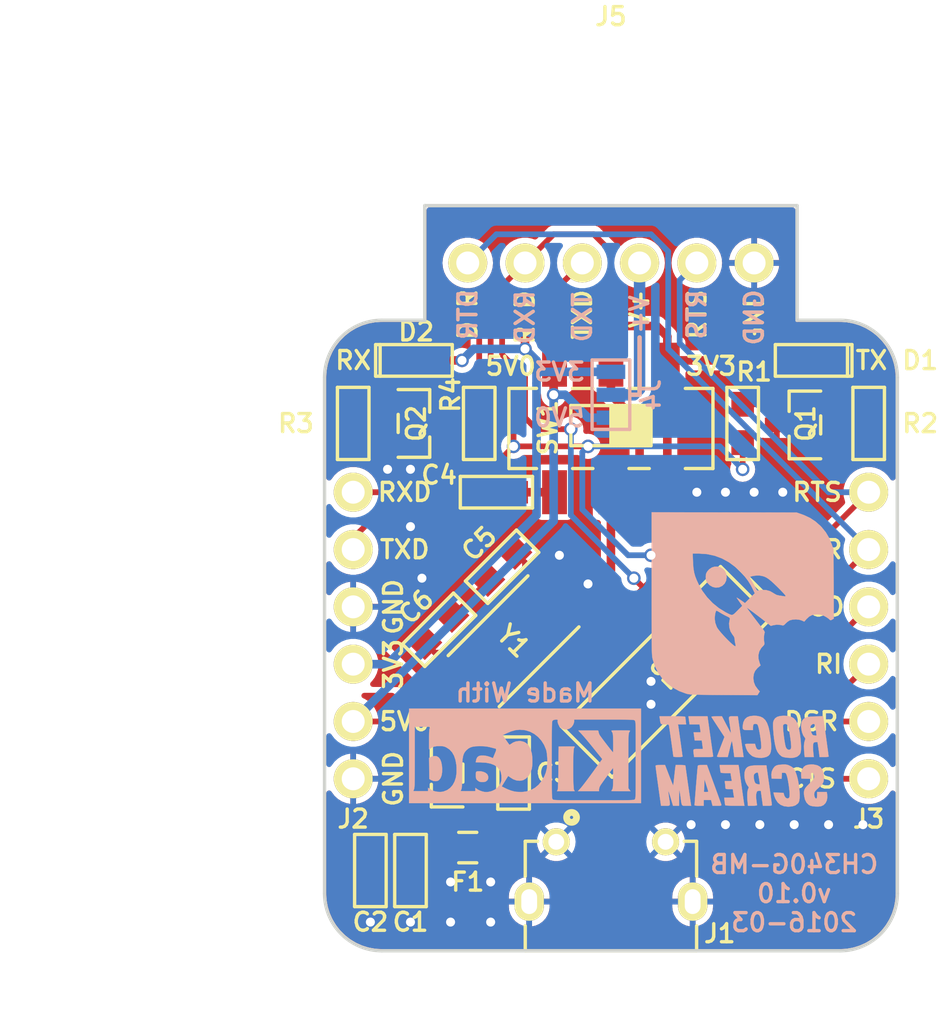
<source format=kicad_pcb>
(kicad_pcb (version 20221018) (generator pcbnew)
  (layers (0 "F.Cu" signal) (31 "B.Cu" signal) (34 "B.Paste" user) (35 "F.Paste" user) (36 "B.SilkS" user "B.Silkscreen") (37 "F.SilkS" user "F.Silkscreen") (38 "B.Mask" user) (39 "F.Mask" user) (44 "Edge.Cuts" user))
  (net 0 "")
  (net 1 "GND")
  (net 2 "5V0")
  (net 3 "3V3")
  (net 4 "Net-(Q2-Pad1)")
  (net 5 "Net-(Q2-Pad2)")
  (net 6 "Net-(Q1-Pad1)")
  (net 7 "Net-(Q1-Pad2)")
  (net 8 "/TXD")
  (net 9 "/RXD")
  (net 10 "V3")
  (net 11 "/UD+")
  (net 12 "/UD-")
  (net 13 "Net-(C5-Pad1)")
  (net 14 "Net-(C6-Pad1)")
  (net 15 "/~{CTS}")
  (net 16 "/~{DSR}")
  (net 17 "/~{RI}")
  (net 18 "/~{DCD}")
  (net 19 "/~{DTR}")
  (net 20 "/~{RTS}")
  (net 21 "/RS232")
  (net 22 "VCC")
  (net 23 "Net-(J4-Pad2)")
  (net 24 "Net-(C4-Pad1)")
  (net 25 "VUSB")
  (net 26 "Net-(J1-Pad4)")
  (net 27 "Net-(D1-Pad1)")
  (net 28 "Net-(D2-Pad1)")
  (net 29 "Net-(M1-Pad~{})")
  (net 30 "Net-(M2-Pad~{})")
  (footprint "RocketScreamKicadLibrary:SOT-23" (layer "F.Cu") (at 106.934 93.472 -90)
    (fp_text reference "Q2" (at 0 0 90) (layer "F.SilkS") (effects (font (size 0.8 0.8))))
    (fp_text value "BC856")
    (pad "1" smd rect (at -0.95 1.15 270) (size 0.65 1.05) (layers "F.Cu" "F.Paste" "F.Mask") (net 4 "Net-(Q2-Pad1)"))
    (pad "2" smd rect (at 0.95 1.15 270) (size 0.65 1.05) (layers "F.Cu" "F.Paste" "F.Mask") (net 5 "Net-(Q2-Pad2)"))
    (pad "3" smd rect (at 0 -1.15 270) (size 0.65 1.05) (layers "F.Cu" "F.Paste" "F.Mask") (net 1 "GND"))
  )
  (footprint "RocketScreamKicadLibrary:SOT-23" (layer "F.Cu") (at 124.072 93.538 90)
    (fp_text reference "Q1" (at 0.066 0.134 270) (layer "F.SilkS") (effects (font (size 0.8 0.8))))
    (fp_text value "BC856")
    (pad "1" smd rect (at -0.95 1.15 90) (size 0.65 1.05) (layers "F.Cu" "F.Paste" "F.Mask") (net 6 "Net-(Q1-Pad1)"))
    (pad "2" smd rect (at 0.95 1.15 90) (size 0.65 1.05) (layers "F.Cu" "F.Paste" "F.Mask") (net 7 "Net-(Q1-Pad2)"))
    (pad "3" smd rect (at 0 -1.15 90) (size 0.65 1.05) (layers "F.Cu" "F.Paste" "F.Mask") (net 1 "GND"))
  )
  (footprint "RocketScreamKicadLibrary:SOP-16_150mil" (layer "F.Cu") (at 118.028124 104.484252 -45)
    (fp_text reference "U2" (at 0 0 315) (layer "F.SilkS") (effects (font (size 0.8 0.8))))
    (fp_text value "CH340G")
    (pad "1" smd rect (at -2.7 -4.445 315) (size 1.55 0.6) (layers "F.Cu" "F.Paste" "F.Mask") (net 1 "GND"))
    (pad "2" smd rect (at -2.7 -3.175 315) (size 1.55 0.6) (layers "F.Cu" "F.Paste" "F.Mask") (net 8 "/TXD"))
    (pad "3" smd rect (at -2.7 -1.905 315) (size 1.55 0.6) (layers "F.Cu" "F.Paste" "F.Mask") (net 9 "/RXD"))
    (pad "4" smd rect (at -2.7 -0.635 315) (size 1.55 0.6) (layers "F.Cu" "F.Paste" "F.Mask") (net 10 "V3"))
    (pad "5" smd rect (at -2.7 0.635 315) (size 1.55 0.6) (layers "F.Cu" "F.Paste" "F.Mask") (net 11 "/UD+"))
    (pad "6" smd rect (at -2.7 1.905 315) (size 1.55 0.6) (layers "F.Cu" "F.Paste" "F.Mask") (net 12 "/UD-"))
    (pad "7" smd rect (at -2.7 3.175 315) (size 1.55 0.6) (layers "F.Cu" "F.Paste" "F.Mask") (net 13 "Net-(C5-Pad1)"))
    (pad "8" smd rect (at -2.7 4.445 315) (size 1.55 0.6) (layers "F.Cu" "F.Paste" "F.Mask") (net 14 "Net-(C6-Pad1)"))
    (pad "9" smd rect (at 2.7 4.445 315) (size 1.55 0.6) (layers "F.Cu" "F.Paste" "F.Mask") (net 15 "/~{CTS}"))
    (pad "10" smd rect (at 2.7 3.175 315) (size 1.55 0.6) (layers "F.Cu" "F.Paste" "F.Mask") (net 16 "/~{DSR}"))
    (pad "11" smd rect (at 2.7 1.905 315) (size 1.55 0.6) (layers "F.Cu" "F.Paste" "F.Mask") (net 17 "/~{RI}"))
    (pad "12" smd rect (at 2.7 0.635 315) (size 1.55 0.6) (layers "F.Cu" "F.Paste" "F.Mask") (net 18 "/~{DCD}"))
    (pad "13" smd rect (at 2.7 -0.635 315) (size 1.55 0.6) (layers "F.Cu" "F.Paste" "F.Mask") (net 19 "/~{DTR}"))
    (pad "14" smd rect (at 2.7 -1.905 315) (size 1.55 0.6) (layers "F.Cu" "F.Paste" "F.Mask") (net 20 "/~{RTS}"))
    (pad "15" smd rect (at 2.7 -3.175 315) (size 1.55 0.6) (layers "F.Cu" "F.Paste" "F.Mask") (net 21 "/RS232"))
    (pad "16" smd rect (at 2.7 -4.445 315) (size 1.55 0.6) (layers "F.Cu" "F.Paste" "F.Mask") (net 22 "VCC"))
  )
  (footprint "RocketScreamKicadLibrary:RES-0603" (layer "F.Cu") (at 121.412 93.472 90)
    (fp_text reference "R1" (at 2.286 0.508 180) (layer "F.SilkS") (effects (font (size 0.8 0.8))))
    (fp_text value "4K7")
    (pad "1" smd rect (at -0.85 0 90) (size 1.1 1) (layers "F.Cu" "F.Paste" "F.Mask") (net 8 "/TXD"))
    (pad "2" smd rect (at 0.85 0 90) (size 1.1 1) (layers "F.Cu" "F.Paste" "F.Mask") (net 6 "Net-(Q1-Pad1)"))
  )
  (footprint "RocketScreamKicadLibrary:RES-0603" (layer "F.Cu") (at 127 93.472 -90)
    (fp_text reference "R2" (at 0 -2.286) (layer "F.SilkS") (effects (font (size 0.8 0.8))))
    (fp_text value "1K")
    (pad "1" smd rect (at -0.85 0 270) (size 1.1 1) (layers "F.Cu" "F.Paste" "F.Mask") (net 27 "Net-(D1-Pad1)"))
    (pad "2" smd rect (at 0.85 0 270) (size 1.1 1) (layers "F.Cu" "F.Paste" "F.Mask") (net 7 "Net-(Q1-Pad2)"))
  )
  (footprint "RocketScreamKicadLibrary:RES-0603" (layer "F.Cu") (at 104.14 93.472 -90)
    (fp_text reference "R3" (at 0 2.54) (layer "F.SilkS") (effects (font (size 0.8 0.8))))
    (fp_text value "1K")
    (pad "1" smd rect (at -0.85 0 270) (size 1.1 1) (layers "F.Cu" "F.Paste" "F.Mask") (net 28 "Net-(D2-Pad1)"))
    (pad "2" smd rect (at 0.85 0 270) (size 1.1 1) (layers "F.Cu" "F.Paste" "F.Mask") (net 5 "Net-(Q2-Pad2)"))
  )
  (footprint "RocketScreamKicadLibrary:RES-0603" (layer "F.Cu") (at 109.728 93.472 90)
    (fp_text reference "R4" (at 1.27 -1.27 90) (layer "F.SilkS") (effects (font (size 0.8 0.8))))
    (fp_text value "4K7")
    (pad "1" smd rect (at -0.85 0 90) (size 1.1 1) (layers "F.Cu" "F.Paste" "F.Mask") (net 9 "/RXD"))
    (pad "2" smd rect (at 0.85 0 90) (size 1.1 1) (layers "F.Cu" "F.Paste" "F.Mask") (net 4 "Net-(Q2-Pad1)"))
  )
  (footprint "RocketScreamKicadLibrary:RCP_1x6_Pitch2.54mm_RightAngle" (layer "F.Cu") (at 115.57 86.36)
    (fp_text reference "J5" (at 0 -10.922) (layer "F.SilkS") (effects (font (size 0.8 0.8))))
    (fp_text value "CONN-HDR-1x6")
    (pad "1" thru_hole oval (at -6.35 0) (size 1.7272 1.7272) (drill 1.016) (layers "*.Cu" "*.Mask" "F.SilkS") (net 19 "/~{DTR}"))
    (pad "2" thru_hole oval (at -3.81 0) (size 1.7272 1.7272) (drill 1.016) (layers "*.Cu" "*.Mask" "F.SilkS") (net 9 "/RXD"))
    (pad "3" thru_hole oval (at -1.27 0) (size 1.7272 1.7272) (drill 1.016) (layers "*.Cu" "*.Mask" "F.SilkS") (net 8 "/TXD"))
    (pad "4" thru_hole oval (at 1.27 0) (size 1.7272 1.7272) (drill 1.016) (layers "*.Cu" "*.Mask" "F.SilkS") (net 23 "Net-(J4-Pad2)"))
    (pad "5" thru_hole oval (at 3.81 0) (size 1.7272 1.7272) (drill 1.016) (layers "*.Cu" "*.Mask" "F.SilkS") (net 20 "/~{RTS}"))
    (pad "6" thru_hole oval (at 6.35 0) (size 1.7272 1.7272) (drill 1.016) (layers "*.Cu" "*.Mask" "F.SilkS") (net 1 "GND"))
  )
  (footprint "RocketScreamKicadLibrary:MSS22D18" (layer "F.Cu") (at 115.57 93.695 180)
    (fp_text reference "SW1" (at 2.794 0.031 270) (layer "F.SilkS") (effects (font (size 0.8 0.8))))
    (fp_text value "MSS22D18")
    (pad "1" smd rect (at -2.5 2.825 270) (size 1.95 1.1) (layers "F.Cu" "F.Paste" "F.Mask") (net 3 "3V3"))
    (pad "2" smd rect (at 0 2.825 270) (size 1.95 1.1) (layers "F.Cu" "F.Paste" "F.Mask") (net 22 "VCC"))
    (pad "3" smd rect (at 2.5 2.825 270) (size 1.95 1.1) (layers "F.Cu" "F.Paste" "F.Mask") (net 2 "5V0"))
    (pad "4" smd rect (at 2.5 -2.825 270) (size 1.95 1.1) (layers "F.Cu" "F.Paste" "F.Mask") (net 24 "Net-(C4-Pad1)"))
    (pad "5" smd rect (at 0 -2.825 270) (size 1.95 1.1) (layers "F.Cu" "F.Paste" "F.Mask") (net 10 "V3"))
    (pad "6" smd rect (at -2.5 -2.825 270) (size 1.95 1.1) (layers "F.Cu" "F.Paste" "F.Mask") (net 3 "3V3"))
  )
  (footprint "RocketScreamKicadLibrary:MICRO-USB" (layer "F.Cu") (at 115.57 113.538)
    (fp_text reference "J1" (at 4.826 2.54) (layer "F.SilkS") (effects (font (size 0.8 0.8))))
    (fp_text value "MICRO-USB")
    (pad "1" smd rect (at -1.3 -1.45) (size 0.4 1.35) (layers "F.Cu" "F.Paste" "F.Mask") (net 25 "VUSB"))
    (pad "2" smd rect (at -0.65 -1.45) (size 0.4 1.35) (layers "F.Cu" "F.Paste" "F.Mask") (net 12 "/UD-"))
    (pad "3" smd rect (at 0 -1.45) (size 0.4 1.35) (layers "F.Cu" "F.Paste" "F.Mask") (net 11 "/UD+"))
    (pad "4" smd rect (at 0.65 -1.45) (size 0.4 1.35) (layers "F.Cu" "F.Paste" "F.Mask") (net 26 "Net-(J1-Pad4)"))
    (pad "5" smd rect (at 1.3 -1.45) (size 0.4 1.35) (layers "F.Cu" "F.Paste" "F.Mask") (net 1 "GND"))
    (pad "6" thru_hole circle (at -2.425 -1.525) (size 1.2 1.2) (drill 0.7) (layers "*.Cu" "*.Mask" "F.SilkS") (net 1 "GND"))
    (pad "7" thru_hole circle (at 2.425 -1.525) (size 1.2 1.2) (drill 0.7) (layers "*.Cu" "*.Mask" "F.SilkS") (net 1 "GND"))
    (pad "8" thru_hole oval (at -3.625 1.125) (size 1.3 1.7) (drill oval 0.7 1.1) (layers "*.Cu" "*.Mask" "F.SilkS") (net 1 "GND"))
    (pad "9" thru_hole oval (at 3.625 1.125) (size 1.3 1.7) (drill oval 0.7 1.1) (layers "*.Cu" "*.Mask" "F.SilkS") (net 1 "GND"))
  )
  (footprint "RocketScreamKicadLibrary:MF-PSMF020X" (layer "F.Cu") (at 109.22 112.268 180)
    (fp_text reference "F1" (at 0 -1.524 180) (layer "F.SilkS") (effects (font (size 0.8 0.8))))
    (fp_text value "MF-PSMF050X-2")
    (pad "1" smd rect (at -1.1 0 180) (size 1 1.5) (layers "F.Cu" "F.Paste" "F.Mask") (net 25 "VUSB"))
    (pad "2" smd rect (at 1.1 0 180) (size 1 1.5) (layers "F.Cu" "F.Paste" "F.Mask") (net 2 "5V0"))
  )
  (footprint "RocketScreamKicadLibrary:CAP-0603" (layer "F.Cu") (at 122.428 100.076 -45)
    (fp_text reference "C7" (at -2.54 0 315) (layer "F.SilkS") (effects (font (size 0.8 0.8))))
    (fp_text value "100nF")
    (pad "1" smd rect (at -0.85 0 315) (size 1.1 1) (layers "F.Cu" "F.Paste" "F.Mask") (net 1 "GND"))
    (pad "2" smd rect (at 0.85 0 315) (size 1.1 1) (layers "F.Cu" "F.Paste" "F.Mask") (net 22 "VCC"))
  )
  (footprint "RocketScreamKicadLibrary:CAP-0603" (layer "F.Cu") (at 107.95 102.616 45)
    (fp_text reference "C6" (at 0 -1.436841 225) (layer "F.SilkS") (effects (font (size 0.8 0.8))))
    (fp_text value "22pF")
    (pad "1" smd rect (at -0.85 0 45) (size 1.1 1) (layers "F.Cu" "F.Paste" "F.Mask") (net 14 "Net-(C6-Pad1)"))
    (pad "2" smd rect (at 0.85 0 45) (size 1.1 1) (layers "F.Cu" "F.Paste" "F.Mask") (net 1 "GND"))
  )
  (footprint "RocketScreamKicadLibrary:CAP-0603" (layer "F.Cu") (at 110.744 99.822 -135)
    (fp_text reference "C5" (at 0 1.436841 45) (layer "F.SilkS") (effects (font (size 0.8 0.8))))
    (fp_text value "22pF")
    (pad "1" smd rect (at -0.85 0 225) (size 1.1 1) (layers "F.Cu" "F.Paste" "F.Mask") (net 13 "Net-(C5-Pad1)"))
    (pad "2" smd rect (at 0.85 0 225) (size 1.1 1) (layers "F.Cu" "F.Paste" "F.Mask") (net 1 "GND"))
  )
  (footprint "RocketScreamKicadLibrary:CAP-0603" (layer "F.Cu") (at 110.49 96.52 180)
    (fp_text reference "C4" (at 2.54 0.762 180) (layer "F.SilkS") (effects (font (size 0.8 0.8))))
    (fp_text value "10nF")
    (pad "1" smd rect (at -0.85 0 180) (size 1.1 1) (layers "F.Cu" "F.Paste" "F.Mask") (net 24 "Net-(C4-Pad1)"))
    (pad "2" smd rect (at 0.85 0 180) (size 1.1 1) (layers "F.Cu" "F.Paste" "F.Mask") (net 1 "GND"))
  )
  (footprint "RocketScreamKicadLibrary:CAP-0603" (layer "F.Cu") (at 111.252 108.966 -90)
    (fp_text reference "C3" (at 0 -1.778) (layer "F.SilkS") (effects (font (size 0.8 0.8))))
    (fp_text value "1uF 16V X5R")
    (pad "1" smd rect (at -0.85 0 270) (size 1.1 1) (layers "F.Cu" "F.Paste" "F.Mask") (net 3 "3V3"))
    (pad "2" smd rect (at 0.85 0 270) (size 1.1 1) (layers "F.Cu" "F.Paste" "F.Mask") (net 1 "GND"))
  )
  (footprint "RocketScreamKicadLibrary:CAP-0603" (layer "F.Cu") (at 104.902 113.284 -90)
    (fp_text reference "C2" (at 2.286 0) (layer "F.SilkS") (effects (font (size 0.8 0.8))))
    (fp_text value "1uF 16V X5R")
    (pad "1" smd rect (at -0.85 0 270) (size 1.1 1) (layers "F.Cu" "F.Paste" "F.Mask") (net 2 "5V0"))
    (pad "2" smd rect (at 0.85 0 270) (size 1.1 1) (layers "F.Cu" "F.Paste" "F.Mask") (net 1 "GND"))
  )
  (footprint "RocketScreamKicadLibrary:HDR_1x6_Pitch2.54mm_WithoutSilk" (layer "F.Cu") (at 104.14 102.87 -90)
    (fp_text reference "J2" (at 8.128 0) (layer "F.SilkS") (effects (font (size 0.8 0.8))))
    (fp_text value "CONN-HDR-1x6")
    (pad "1" thru_hole oval (at -6.35 0 270) (size 1.7272 1.7272) (drill 1.016) (layers "*.Cu" "*.Mask" "F.SilkS") (net 9 "/RXD"))
    (pad "2" thru_hole oval (at -3.81 0 270) (size 1.7272 1.7272) (drill 1.016) (layers "*.Cu" "*.Mask" "F.SilkS") (net 8 "/TXD"))
    (pad "3" thru_hole oval (at -1.27 0 270) (size 1.7272 1.7272) (drill 1.016) (layers "*.Cu" "*.Mask" "F.SilkS") (net 1 "GND"))
    (pad "4" thru_hole oval (at 1.27 0 270) (size 1.7272 1.7272) (drill 1.016) (layers "*.Cu" "*.Mask" "F.SilkS") (net 3 "3V3"))
    (pad "5" thru_hole oval (at 3.81 0 270) (size 1.7272 1.7272) (drill 1.016) (layers "*.Cu" "*.Mask" "F.SilkS") (net 2 "5V0"))
    (pad "6" thru_hole oval (at 6.35 0 270) (size 1.7272 1.7272) (drill 1.016) (layers "*.Cu" "*.Mask" "F.SilkS") (net 1 "GND"))
  )
  (footprint "RocketScreamKicadLibrary:HDR_1x6_Pitch2.54mm_WithoutSilk" (layer "F.Cu") (at 127 102.87 -90)
    (fp_text reference "J3" (at 8.128 0) (layer "F.SilkS") (effects (font (size 0.8 0.8))))
    (fp_text value "CONN-HDR-1x6")
    (pad "1" thru_hole oval (at -6.35 0 270) (size 1.7272 1.7272) (drill 1.016) (layers "*.Cu" "*.Mask" "F.SilkS") (net 20 "/~{RTS}"))
    (pad "2" thru_hole oval (at -3.81 0 270) (size 1.7272 1.7272) (drill 1.016) (layers "*.Cu" "*.Mask" "F.SilkS") (net 19 "/~{DTR}"))
    (pad "3" thru_hole oval (at -1.27 0 270) (size 1.7272 1.7272) (drill 1.016) (layers "*.Cu" "*.Mask" "F.SilkS") (net 18 "/~{DCD}"))
    (pad "4" thru_hole oval (at 1.27 0 270) (size 1.7272 1.7272) (drill 1.016) (layers "*.Cu" "*.Mask" "F.SilkS") (net 17 "/~{RI}"))
    (pad "5" thru_hole oval (at 3.81 0 270) (size 1.7272 1.7272) (drill 1.016) (layers "*.Cu" "*.Mask" "F.SilkS") (net 16 "/~{DSR}"))
    (pad "6" thru_hole oval (at 6.35 0 270) (size 1.7272 1.7272) (drill 1.016) (layers "*.Cu" "*.Mask" "F.SilkS") (net 15 "/~{CTS}"))
  )
  (footprint "RocketScreamKicadLibrary:SOT-23" (layer "F.Cu") (at 108.204 108.966 90)
    (fp_text reference "U1" (at 2.286 0 180) (layer "F.SilkS") (effects (font (size 0.8 0.8))))
    (fp_text value "MCP1700T-3302E/TT")
    (pad "1" smd rect (at -0.95 1.15 90) (size 0.65 1.05) (layers "F.Cu" "F.Paste" "F.Mask") (net 1 "GND"))
    (pad "2" smd rect (at 0.95 1.15 90) (size 0.65 1.05) (layers "F.Cu" "F.Paste" "F.Mask") (net 3 "3V3"))
    (pad "3" smd rect (at 0 -1.15 90) (size 0.65 1.05) (layers "F.Cu" "F.Paste" "F.Mask") (net 2 "5V0"))
  )
  (footprint "RocketScreamKicadLibrary:ABM3" (layer "F.Cu") (at 111.252 103.124 -135)
    (fp_text reference "Y1" (at 0 0 315) (layer "F.SilkS") (effects (font (size 0.8 0.8))))
    (fp_text value "12MHz")
    (pad "1" smd rect (at -2.05 0 225) (size 1.9 2.4) (layers "F.Cu" "F.Paste" "F.Mask") (net 13 "Net-(C5-Pad1)"))
    (pad "2" smd rect (at 2.05 0 225) (size 1.9 2.4) (layers "F.Cu" "F.Paste" "F.Mask") (net 14 "Net-(C6-Pad1)"))
  )
  (footprint "RocketScreamKicadLibrary:CAP-0603" (layer "F.Cu") (at 106.68 113.284 -90)
    (fp_text reference "C1" (at 2.286 0) (layer "F.SilkS") (effects (font (size 0.8 0.8))))
    (fp_text value "4.7uF 10V X5R")
    (pad "1" smd rect (at -0.85 0 270) (size 1.1 1) (layers "F.Cu" "F.Paste" "F.Mask") (net 2 "5V0"))
    (pad "2" smd rect (at 0.85 0 270) (size 1.1 1) (layers "F.Cu" "F.Paste" "F.Mask") (net 1 "GND"))
  )
  (footprint "RocketScreamKicadLibrary:LED-0603" (layer "F.Cu") (at 124.46 90.678 180)
    (fp_text reference "D1" (at -4.826 0 180) (layer "F.SilkS") (effects (font (size 0.8 0.8))))
    (fp_text value "Red")
    (pad "1" smd rect (at -0.85 0) (size 1.1 1) (layers "F.Cu" "F.Paste" "F.Mask") (net 27 "Net-(D1-Pad1)"))
    (pad "2" smd rect (at 0.85 0) (size 1.1 1) (layers "F.Cu" "F.Paste" "F.Mask") (net 3 "3V3"))
  )
  (footprint "RocketScreamKicadLibrary:LED-0603" (layer "F.Cu") (at 106.934 90.678)
    (fp_text reference "D2" (at 0 -1.27) (layer "F.SilkS") (effects (font (size 0.8 0.8))))
    (fp_text value "Green")
    (pad "1" smd rect (at -0.85 0 180) (size 1.1 1) (layers "F.Cu" "F.Paste" "F.Mask") (net 28 "Net-(D2-Pad1)"))
    (pad "2" smd rect (at 0.85 0 180) (size 1.1 1) (layers "F.Cu" "F.Paste" "F.Mask") (net 3 "3V3"))
  )
  (footprint "RocketScreamKicadLibrary:FIDUCIAL-1MM" (layer "F.Cu") (at 125.73 114.3)
    (fp_text reference "M1" hide)
    (fp_text value "FIDUCIAL")
    (pad "~" smd circle (at 0 0) (size 1 1) (layers "F.Cu" "F.Mask") (net 29 "Net-(M1-Pad~{})") (clearance 0.5))
  )
  (footprint "RocketScreamKicadLibrary:FIDUCIAL-1MM" (layer "F.Cu") (at 108.712 98.552)
    (fp_text reference "M2" hide)
    (fp_text value "FIDUCIAL")
    (pad "~" smd circle (at 0 0) (size 1 1) (layers "F.Cu" "F.Mask") (net 30 "Net-(M2-Pad~{})") (clearance 0.5))
  )
  (footprint "RocketScreamKicadLibrary:JUMPER-2-WAY-SMD" (layer "B.Cu") (at 115.57 92.202 90)
    (fp_text reference "J4" (at 0 1.778 90) (layer "B.SilkS") (effects (font (size 0.8 0.8)) (justify mirror)))
    (fp_text value "JUMPER-2-WAY")
    (pad "1" smd rect (at -1.016 0 90) (size 0.635 1.27) (layers "B.Cu" "B.Paste" "B.Mask") (net 2 "5V0"))
    (pad "2" smd rect (at 0 0 90) (size 0.635 1.27) (layers "B.Cu" "B.Paste" "B.Mask") (net 23 "Net-(J4-Pad2)"))
    (pad "3" smd rect (at 1.016 0 90) (size 0.635 1.27) (layers "B.Cu" "B.Paste" "B.Mask") (net 3 "3V3"))
  )
  (footprint "RocketScreamKicadLibrary:LOGO-ROCKET-SCREAM_Vertical_XSmall" (layer "B.Cu") (at 121.412 104.14 180)
    (fp_text reference "LOGO1" hide)
    (fp_text value "LOGO-ROCKET-SCREAM" hide)
  )
  (footprint "RocketScreamKicadLibrary:LOGO-KICAD_XSmall" (layer "B.Cu") (at 111.76 108.204 180)
    (fp_text reference "LOGO2" hide)
    (fp_text value "LOGO-KICAD" hide)
  )
  (gr_line (start 116.84 92.202) (end 116.459 92.202) (stroke (width 0.2)) (layer "B.SilkS"))
  (gr_line (start 116.84 92.202) (end 116.84 89.662) (stroke (width 0.2)) (layer "B.SilkS"))
  (gr_arc (start 128.27 114.3) (mid 127.526051 116.096051) (end 125.73 116.84) (stroke (width 0.15)) (layer "Edge.Cuts"))
  (gr_arc (start 102.87 91.44) (mid 103.613949 89.643949) (end 105.41 88.9) (stroke (width 0.15)) (layer "Edge.Cuts"))
  (gr_arc (start 125.73 88.9) (mid 127.526051 89.643949) (end 128.27 91.44) (stroke (width 0.15)) (layer "Edge.Cuts"))
  (gr_line (start 128.27 114.3) (end 128.27 91.44) (stroke (width 0.15)) (layer "Edge.Cuts"))
  (gr_line (start 123.825 88.9) (end 125.73 88.9) (stroke (width 0.15)) (layer "Edge.Cuts"))
  (gr_arc (start 105.41 116.84) (mid 103.613949 116.096051) (end 102.87 114.3) (stroke (width 0.15)) (layer "Edge.Cuts"))
  (gr_line (start 123.825 83.82) (end 107.315 83.82) (stroke (width 0.15)) (layer "Edge.Cuts"))
  (gr_line (start 105.41 116.84) (end 125.73 116.84) (stroke (width 0.15)) (layer "Edge.Cuts"))
  (gr_line (start 102.87 91.44) (end 102.87 114.3) (stroke (width 0.15)) (layer "Edge.Cuts"))
  (gr_line (start 107.315 83.82) (end 107.315 88.9) (stroke (width 0.15)) (layer "Edge.Cuts"))
  (gr_line (start 123.825 83.82) (end 123.825 88.9) (stroke (width 0.15)) (layer "Edge.Cuts"))
  (gr_line (start 107.315 88.9) (end 105.41 88.9) (stroke (width 0.15)) (layer "Edge.Cuts"))
  (gr_text "CH340G-MB\nv0.10\n2016-03" (at 123.698 114.3) (layer "B.SilkS") (effects (font (size 0.8 0.8)) (justify mirror)))
  (gr_text "3V3" (at 113.284 91.186) (layer "B.SilkS") (effects (font (size 0.8 0.8)) (justify mirror)))
  (gr_text "5V0" (at 113.284 93.218) (layer "B.SilkS") (effects (font (size 0.8 0.8)) (justify mirror)))
  (gr_text "DTR" (at 109.22 88.646 90) (layer "B.SilkS") (effects (font (size 0.8 0.8)) (justify mirror)))
  (gr_text "RXD" (at 111.76 88.773 90) (layer "B.SilkS") (effects (font (size 0.8 0.8)) (justify mirror)))
  (gr_text "TXD" (at 114.3 88.773 90) (layer "B.SilkS") (effects (font (size 0.8 0.8)) (justify mirror)))
  (gr_text "V+" (at 116.84 88.646 90) (layer "B.SilkS") (effects (font (size 0.8 0.8)) (justify mirror)))
  (gr_text "RTS" (at 119.38 88.646 90) (layer "B.SilkS") (effects (font (size 0.8 0.8)) (justify mirror)))
  (gr_text "GND" (at 121.92 88.773 90) (layer "B.SilkS") (effects (font (size 0.8 0.8)) (justify mirror)))
  (gr_text "Made With" (at 111.76 105.41) (layer "B.SilkS") (effects (font (size 0.8 0.8)) (justify mirror)))
  (gr_text "CTS" (at 124.46 109.22) (layer "F.SilkS") (effects (font (size 0.8 0.8))))
  (gr_text "DSR" (at 124.46 106.68) (layer "F.SilkS") (effects (font (size 0.8 0.8))))
  (gr_text "DCD" (at 124.714 101.6) (layer "F.SilkS") (effects (font (size 0.8 0.8))))
  (gr_text "DTR" (at 124.714 99.06) (layer "F.SilkS") (effects (font (size 0.8 0.8))))
  (gr_text "RTS" (at 124.714 96.52) (layer "F.SilkS") (effects (font (size 0.8 0.8))))
  (gr_text "GND" (at 105.918 109.22 90) (layer "F.SilkS") (effects (font (size 0.8 0.8))))
  (gr_text "5V0" (at 106.426 106.68) (layer "F.SilkS") (effects (font (size 0.8 0.8))))
  (gr_text "3V3" (at 105.918 104.14 90) (layer "F.SilkS") (effects (font (size 0.8 0.8))))
  (gr_text "DTR" (at 109.22 88.646 90) (layer "F.SilkS") (effects (font (size 0.8 0.8))))
  (gr_text "3V3" (at 120.015 90.932) (layer "F.SilkS") (effects (font (size 0.8 0.8))))
  (gr_text "5V0" (at 111.125 90.932) (layer "F.SilkS") (effects (font (size 0.8 0.8))))
  (gr_text "RXD" (at 111.76 88.773 90) (layer "F.SilkS") (effects (font (size 0.8 0.8))))
  (gr_text "TXD" (at 114.3 88.646 90) (layer "F.SilkS") (effects (font (size 0.8 0.8))))
  (gr_text "V+" (at 116.84 88.392 90) (layer "F.SilkS") (effects (font (size 0.8 0.8))))
  (gr_text "RTS" (at 119.38 88.646 90) (layer "F.SilkS") (effects (font (size 0.8 0.8))))
  (gr_text "GND" (at 121.92 88.773 90) (layer "F.SilkS") (effects (font (size 0.8 0.8))))
  (gr_text "TX" (at 127.127 90.678) (layer "F.SilkS") (effects (font (size 0.8 0.8))))
  (gr_text "RX" (at 104.14 90.678) (layer "F.SilkS") (effects (font (size 0.8 0.8))))
  (gr_text "RXD" (at 106.426 96.52) (layer "F.SilkS") (effects (font (size 0.8 0.8))))
  (gr_text "TXD" (at 106.426 99.06) (layer "F.SilkS") (effects (font (size 0.8 0.8))))
  (gr_text "GND" (at 105.918 101.6 90) (layer "F.SilkS") (effects (font (size 0.8 0.8))))
  (gr_text "RI" (at 125.222 104.14) (layer "F.SilkS") (effects (font (size 0.8 0.8))))
  (segment (start 117.348 105.918) (end 117.348 104.902) (width 0.254) (layer "F.Cu") (net 1))
  (segment (start 108.084 94.1) (end 106.68 95.504) (width 0.254) (layer "F.Cu") (net 1))
  (segment (start 104.902 114.134) (end 104.902 115.57) (width 0.254) (layer "F.Cu") (net 1))
  (segment (start 106.68 115.57) (end 108.458 115.57) (width 0.254) (layer "F.Cu") (net 1))
  (segment (start 123.19 96.52) (end 122.922 96.252) (width 0.254) (layer "F.Cu") (net 1))
  (segment (start 119.195 111.321) (end 119.126 111.252) (width 0.254) (layer "F.Cu") (net 1))
  (segment (start 108.084 93.472) (end 108.084 94.1) (width 0.254) (layer "F.Cu") (net 1))
  (segment (start 110.236 113.792) (end 110.236 115.57) (width 0.254) (layer "F.Cu") (net 1))
  (segment (start 119.195 114.663) (end 119.195 111.321) (width 0.254) (layer "F.Cu") (net 1))
  (segment (start 109.64 96.52) (end 109.64 97.702) (width 0.254) (layer "F.Cu") (net 1))
  (segment (start 109.728 97.79) (end 111.76 97.79) (width 0.254) (layer "F.Cu") (net 1))
  (segment (start 123.698 111.252) (end 125.222 111.252) (width 0.254) (layer "F.Cu") (net 1))
  (segment (start 108.458 115.57) (end 108.458 113.792) (width 0.254) (layer "F.Cu") (net 1))
  (segment (start 120.65 111.252) (end 122.174 111.252) (width 0.254) (layer "F.Cu") (net 1))
  (segment (start 111.76 97.79) (end 113.284 99.314) (width 0.254) (layer "F.Cu") (net 1))
  (segment (start 105.918 101.6) (end 107.188 100.33) (width 0.254) (layer "F.Cu") (net 1))
  (segment (start 122.922 96.252) (end 122.922 93.538) (width 0.254) (layer "F.Cu") (net 1))
  (segment (start 109.64 97.702) (end 109.728 97.79) (width 0.254) (layer "F.Cu") (net 1))
  (segment (start 121.92 96.52) (end 120.65 96.52) (width 0.254) (layer "F.Cu") (net 1))
  (segment (start 104.14 101.6) (end 105.918 101.6) (width 0.254) (layer "F.Cu") (net 1))
  (via (at 117.348 104.902) (size 0.6) (drill 0.4) (layers "F.Cu" "B.Cu") (net 1))
  (via (at 106.68 95.504) (size 0.6) (drill 0.4) (layers "F.Cu" "B.Cu") (net 1))
  (via (at 110.236 113.792) (size 0.6) (drill 0.4) (layers "F.Cu" "B.Cu") (net 1))
  (via (at 107.188 100.33) (size 0.6) (drill 0.4) (layers "F.Cu" "B.Cu") (net 1))
  (via (at 106.68 98.044) (size 0.6) (drill 0.4) (layers "F.Cu" "B.Cu") (net 1))
  (via (at 123.698 111.252) (size 0.6) (drill 0.4) (layers "F.Cu" "B.Cu") (net 1))
  (via (at 121.92 96.52) (size 0.6) (drill 0.4) (layers "F.Cu" "B.Cu") (net 1))
  (via (at 114.554 100.584) (size 0.6) (drill 0.4) (layers "F.Cu" "B.Cu") (net 1))
  (via (at 119.126 111.252) (size 0.6) (drill 0.4) (layers "F.Cu" "B.Cu") (net 1))
  (via (at 108.458 115.57) (size 0.6) (drill 0.4) (layers "F.Cu" "B.Cu") (net 1))
  (via (at 113.284 99.314) (size 0.6) (drill 0.4) (layers "F.Cu" "B.Cu") (net 1))
  (via (at 126.746 111.252) (size 0.6) (drill 0.4) (layers "F.Cu" "B.Cu") (net 1))
  (via (at 104.902 115.57) (size 0.6) (drill 0.4) (layers "F.Cu" "B.Cu") (net 1))
  (via (at 108.458 113.792) (size 0.6) (drill 0.4) (layers "F.Cu" "B.Cu") (net 1))
  (via (at 110.236 115.57) (size 0.6) (drill 0.4) (layers "F.Cu" "B.Cu") (net 1))
  (via (at 120.65 111.252) (size 0.6) (drill 0.4) (layers "F.Cu" "B.Cu") (net 1))
  (via (at 122.174 111.252) (size 0.6) (drill 0.4) (layers "F.Cu" "B.Cu") (net 1))
  (via (at 123.19 96.52) (size 0.6) (drill 0.4) (layers "F.Cu" "B.Cu") (net 1))
  (via (at 105.664 95.504) (size 0.6) (drill 0.4) (layers "F.Cu" "B.Cu") (net 1))
  (via (at 106.68 115.57) (size 0.6) (drill 0.4) (layers "F.Cu" "B.Cu") (net 1))
  (via (at 119.38 96.52) (size 0.6) (drill 0.4) (layers "F.Cu" "B.Cu") (net 1))
  (via (at 117.348 105.918) (size 0.6) (drill 0.4) (layers "F.Cu" "B.Cu") (net 1))
  (via (at 125.222 111.252) (size 0.6) (drill 0.4) (layers "F.Cu" "B.Cu") (net 1))
  (via (at 120.65 96.52) (size 0.6) (drill 0.4) (layers "F.Cu" "B.Cu") (net 1))
  (segment (start 119.126 107.696) (end 117.348 105.918) (width 0.254) (layer "B.Cu") (net 1))
  (segment (start 123.19 96.52) (end 121.92 96.52) (width 0.254) (layer "B.Cu") (net 1))
  (segment (start 119.126 111.252) (end 119.126 107.696) (width 0.254) (layer "B.Cu") (net 1))
  (segment (start 107.188 100.33) (end 106.68 99.822) (width 0.254) (layer "B.Cu") (net 1))
  (segment (start 106.68 95.504) (end 105.664 95.504) (width 0.254) (layer "B.Cu") (net 1))
  (segment (start 125.222 111.252) (end 126.746 111.252) (width 0.254) (layer "B.Cu") (net 1))
  (segment (start 108.458 113.792) (end 110.236 113.792) (width 0.254) (layer "B.Cu") (net 1))
  (segment (start 113.284 99.314) (end 114.554 100.584) (width 0.254) (layer "B.Cu") (net 1))
  (segment (start 119.126 111.252) (end 120.65 111.252) (width 0.254) (layer "B.Cu") (net 1))
  (segment (start 106.68 99.822) (end 106.68 98.044) (width 0.254) (layer "B.Cu") (net 1))
  (segment (start 104.902 115.57) (end 106.68 115.57) (width 0.254) (layer "B.Cu") (net 1))
  (segment (start 120.65 96.52) (end 119.38 96.52) (width 0.254) (layer "B.Cu") (net 1))
  (segment (start 122.174 111.252) (end 123.698 111.252) (width 0.254) (layer "B.Cu") (net 1))
  (segment (start 113.03 92.202) (end 113.03 90.91) (width 0.381) (layer "F.Cu") (net 2))
  (segment (start 113.03 90.91) (end 113.07 90.87) (width 0.381) (layer "F.Cu") (net 2))
  (via (at 113.03 92.202) (size 0.6) (drill 0.4) (layers "F.Cu" "B.Cu") (net 2))
  (segment (start 113.03 97.79) (end 112.522 98.298) (width 0.381) (layer "B.Cu") (net 2))
  (segment (start 112.522 98.298) (end 104.14 106.68) (width 0.381) (layer "B.Cu") (net 2))
  (segment (start 114.554 93.218) (end 113.538 92.202) (width 0.381) (layer "B.Cu") (net 2))
  (segment (start 115.57 93.218) (end 114.554 93.218) (width 0.381) (layer "B.Cu") (net 2))
  (segment (start 113.03 93.218) (end 113.03 97.79) (width 0.381) (layer "B.Cu") (net 2))
  (segment (start 113.03 92.202) (end 113.03 93.218) (width 0.381) (layer "B.Cu") (net 2))
  (segment (start 113.538 92.202) (end 113.03 92.202) (width 0.381) (layer "B.Cu") (net 2))
  (segment (start 112.268 89.154) (end 117.602 89.154) (width 0.381) (layer "F.Cu") (net 3))
  (segment (start 123.61 90.678) (end 118.262 90.678) (width 0.381) (layer "F.Cu") (net 3))
  (segment (start 108.966 90.678) (end 107.784 90.678) (width 0.381) (layer "F.Cu") (net 3))
  (segment (start 117.602 89.154) (end 118.07 89.622) (width 0.381) (layer "F.Cu") (net 3))
  (segment (start 118.262 90.678) (end 118.07 90.87) (width 0.381) (layer "F.Cu") (net 3))
  (segment (start 111.76 89.662) (end 112.268 89.154) (width 0.381) (layer "F.Cu") (net 3))
  (segment (start 118.07 96.52) (end 118.07 90.87) (width 0.381) (layer "F.Cu") (net 3))
  (segment (start 118.07 89.622) (end 118.07 90.87) (width 0.381) (layer "F.Cu") (net 3))
  (segment (start 111.76 90.17) (end 111.76 89.662) (width 0.381) (layer "F.Cu") (net 3))
  (via (at 111.76 90.17) (size 0.6) (drill 0.4) (layers "F.Cu" "B.Cu") (net 3))
  (via (at 108.966 90.678) (size 0.6) (drill 0.4) (layers "F.Cu" "B.Cu") (net 3))
  (segment (start 112.268 91.694) (end 112.268 91.186) (width 0.381) (layer "B.Cu") (net 3))
  (segment (start 112.268 90.678) (end 112.268 91.186) (width 0.381) (layer "B.Cu") (net 3))
  (segment (start 109.474 90.17) (end 108.966 90.678) (width 0.381) (layer "B.Cu") (net 3))
  (segment (start 105.664 104.14) (end 112.268 97.536) (width 0.381) (layer "B.Cu") (net 3))
  (segment (start 111.76 90.17) (end 112.268 90.678) (width 0.381) (layer "B.Cu") (net 3))
  (segment (start 112.268 97.536) (end 112.268 91.694) (width 0.381) (layer "B.Cu") (net 3))
  (segment (start 104.14 104.14) (end 105.664 104.14) (width 0.381) (layer "B.Cu") (net 3))
  (segment (start 112.268 91.186) (end 115.57 91.186) (width 0.381) (layer "B.Cu") (net 3))
  (segment (start 111.76 90.17) (end 109.474 90.17) (width 0.381) (layer "B.Cu") (net 3))
  (segment (start 109.628 92.522) (end 109.728 92.622) (width 0.254) (layer "F.Cu") (net 4))
  (segment (start 105.784 92.522) (end 109.628 92.522) (width 0.254) (layer "F.Cu") (net 4))
  (segment (start 105.784 94.422) (end 104.24 94.422) (width 0.254) (layer "F.Cu") (net 5))
  (segment (start 104.24 94.422) (end 104.14 94.322) (width 0.254) (layer "F.Cu") (net 5))
  (segment (start 124.206 92.964) (end 124.206 94.234) (width 0.254) (layer "F.Cu") (net 6))
  (segment (start 121.412 92.622) (end 123.864 92.622) (width 0.254) (layer "F.Cu") (net 6))
  (segment (start 124.46 94.488) (end 125.222 94.488) (width 0.254) (layer "F.Cu") (net 6))
  (segment (start 123.864 92.622) (end 124.206 92.964) (width 0.254) (layer "F.Cu") (net 6))
  (segment (start 124.206 94.234) (end 124.46 94.488) (width 0.254) (layer "F.Cu") (net 6))
  (segment (start 125.222 92.964) (end 125.222 92.588) (width 0.254) (layer "F.Cu") (net 7))
  (segment (start 126.58 94.322) (end 125.222 92.964) (width 0.254) (layer "F.Cu") (net 7))
  (segment (start 127 94.322) (end 126.58 94.322) (width 0.254) (layer "F.Cu") (net 7))
  (segment (start 104.14 98.552) (end 104.14 99.06) (width 0.254) (layer "F.Cu") (net 8))
  (segment (start 121.412 95.504) (end 121.412 94.322) (width 0.254) (layer "F.Cu") (net 8))
  (segment (start 107.188 97.028) (end 105.664 97.028) (width 0.254) (layer "F.Cu") (net 8))
  (segment (start 111.252 91.694) (end 111.252 94.488) (width 0.254) (layer "F.Cu") (net 8))
  (segment (start 110.236 90.678) (end 111.252 91.694) (width 0.254) (layer "F.Cu") (net 8))
  (segment (start 114.3 86.36) (end 113.03 87.63) (width 0.254) (layer "F.Cu") (net 8))
  (segment (start 105.664 97.028) (end 104.14 98.552) (width 0.254) (layer "F.Cu") (net 8))
  (segment (start 111.252 87.63) (end 110.236 88.646) (width 0.254) (layer "F.Cu") (net 8))
  (segment (start 111.252 94.488) (end 110.236 95.504) (width 0.254) (layer "F.Cu") (net 8))
  (segment (start 114.554 94.488) (end 111.252 94.488) (width 0.254) (layer "F.Cu") (net 8))
  (segment (start 118.364 100.33) (end 117.348 99.314) (width 0.254) (layer "F.Cu") (net 8))
  (segment (start 110.236 88.646) (end 110.236 90.678) (width 0.254) (layer "F.Cu") (net 8))
  (segment (start 113.03 87.63) (end 111.252 87.63) (width 0.254) (layer "F.Cu") (net 8))
  (segment (start 110.236 95.504) (end 108.712 95.504) (width 0.254) (layer "F.Cu") (net 8))
  (segment (start 108.712 95.504) (end 107.188 97.028) (width 0.254) (layer "F.Cu") (net 8))
  (via (at 117.348 99.314) (size 0.6) (drill 0.4) (layers "F.Cu" "B.Cu") (net 8))
  (via (at 121.412 95.504) (size 0.6) (drill 0.4) (layers "F.Cu" "B.Cu") (net 8))
  (via (at 111.252 94.488) (size 0.6) (drill 0.4) (layers "F.Cu" "B.Cu") (net 8))
  (via (at 114.554 94.488) (size 0.6) (drill 0.4) (layers "F.Cu" "B.Cu") (net 8))
  (segment (start 114.3 94.742) (end 114.3 97.282) (width 0.254) (layer "B.Cu") (net 8))
  (segment (start 114.3 97.282) (end 116.332 99.314) (width 0.254) (layer "B.Cu") (net 8))
  (segment (start 120.396 94.488) (end 114.554 94.488) (width 0.254) (layer "B.Cu") (net 8))
  (segment (start 121.412 95.504) (end 120.396 94.488) (width 0.254) (layer "B.Cu") (net 8))
  (segment (start 114.554 94.488) (end 114.3 94.742) (width 0.254) (layer "B.Cu") (net 8))
  (segment (start 116.332 99.314) (end 117.348 99.314) (width 0.254) (layer "B.Cu") (net 8))
  (segment (start 111.76 93.218) (end 111.76 91.44) (width 0.254) (layer "F.Cu") (net 9))
  (segment (start 117.465974 101.228025) (end 117.465974 101.209974) (width 0.254) (layer "F.Cu") (net 9))
  (segment (start 106.934 96.52) (end 109.132 94.322) (width 0.254) (layer "F.Cu") (net 9))
  (segment (start 110.744 91.948) (end 110.744 93.98) (width 0.254) (layer "F.Cu") (net 9))
  (segment (start 117.465974 101.209974) (end 116.586 100.33) (width 0.254) (layer "F.Cu") (net 9))
  (segment (start 110.744 88.9) (end 111.506 88.138) (width 0.254) (layer "F.Cu") (net 9))
  (segment (start 109.132 94.322) (end 109.728 94.322) (width 0.254) (layer "F.Cu") (net 9))
  (segment (start 114.554 88.138) (end 115.57 87.122) (width 0.254) (layer "F.Cu") (net 9))
  (segment (start 110.402 94.322) (end 109.728 94.322) (width 0.254) (layer "F.Cu") (net 9))
  (segment (start 111.76 86.36) (end 109.728 88.392) (width 0.254) (layer "F.Cu") (net 9))
  (segment (start 115.57 87.122) (end 115.57 85.852) (width 0.254) (layer "F.Cu") (net 9))
  (segment (start 110.744 90.424) (end 110.744 88.9) (width 0.254) (layer "F.Cu") (net 9))
  (segment (start 111.506 88.138) (end 114.554 88.138) (width 0.254) (layer "F.Cu") (net 9))
  (segment (start 113.03 85.09) (end 111.76 86.36) (width 0.254) (layer "F.Cu") (net 9))
  (segment (start 110.744 93.98) (end 110.402 94.322) (width 0.254) (layer "F.Cu") (net 9))
  (segment (start 109.728 90.932) (end 110.744 91.948) (width 0.254) (layer "F.Cu") (net 9))
  (segment (start 115.57 85.852) (end 114.808 85.09) (width 0.254) (layer "F.Cu") (net 9))
  (segment (start 114.808 85.09) (end 113.03 85.09) (width 0.254) (layer "F.Cu") (net 9))
  (segment (start 104.14 96.52) (end 106.934 96.52) (width 0.254) (layer "F.Cu") (net 9))
  (segment (start 109.728 88.392) (end 109.728 90.932) (width 0.254) (layer "F.Cu") (net 9))
  (segment (start 113.792 93.726) (end 112.268 93.726) (width 0.254) (layer "F.Cu") (net 9))
  (segment (start 112.268 93.726) (end 111.76 93.218) (width 0.254) (layer "F.Cu") (net 9))
  (segment (start 111.76 91.44) (end 110.744 90.424) (width 0.254) (layer "F.Cu") (net 9))
  (via (at 113.792 93.726) (size 0.6) (drill 0.4) (layers "F.Cu" "B.Cu") (net 9))
  (via (at 116.586 100.33) (size 0.6) (drill 0.4) (layers "F.Cu" "B.Cu") (net 9))
  (segment (start 113.792 93.726) (end 113.792 97.536) (width 0.254) (layer "B.Cu") (net 9))
  (segment (start 113.792 97.536) (end 116.586 100.33) (width 0.254) (layer "B.Cu") (net 9))
  (segment (start 115.57 101.128103) (end 116.567948 102.126051) (width 0.381) (layer "F.Cu") (net 10))
  (segment (start 115.57 96.52) (end 115.57 101.128103) (width 0.381) (layer "F.Cu") (net 10))
  (segment (start 115.062 110.236) (end 115.062 107.29321) (width 0.254) (layer "F.Cu") (net 11))
  (segment (start 115.57 112.088) (end 115.57 110.744) (width 0.254) (layer "F.Cu") (net 11))
  (segment (start 115.062 107.29321) (end 116.332 106.02321) (width 0.254) (layer "F.Cu") (net 11))
  (segment (start 116.332 103.686153) (end 115.669923 103.024076) (width 0.254) (layer "F.Cu") (net 11))
  (segment (start 116.332 106.02321) (end 116.332 103.686153) (width 0.254) (layer "F.Cu") (net 11))
  (segment (start 115.57 110.744) (end 115.062 110.236) (width 0.254) (layer "F.Cu") (net 11))
  (segment (start 114.554 110.49) (end 114.554 107.08279) (width 0.254) (layer "F.Cu") (net 12))
  (segment (start 114.554 107.08279) (end 115.824 105.81279) (width 0.254) (layer "F.Cu") (net 12))
  (segment (start 115.824 105.81279) (end 115.824 104.974205) (width 0.254) (layer "F.Cu") (net 12))
  (segment (start 114.92 112.088) (end 114.92 110.856) (width 0.254) (layer "F.Cu") (net 12))
  (segment (start 114.92 110.856) (end 114.554 110.49) (width 0.254) (layer "F.Cu") (net 12))
  (segment (start 115.824 104.974205) (end 114.771897 103.922102) (width 0.254) (layer "F.Cu") (net 12))
  (segment (start 113.03 103.976256) (end 113.873872 104.820128) (width 0.254) (layer "F.Cu") (net 13))
  (segment (start 113.538 103.124) (end 113.03 103.632) (width 0.254) (layer "F.Cu") (net 13))
  (segment (start 112.701569 101.525569) (end 111.76 100.584) (width 0.254) (layer "F.Cu") (net 13))
  (segment (start 111.76 100.584) (end 111.76 99.635918) (width 0.254) (layer "F.Cu") (net 13))
  (segment (start 112.701569 101.674431) (end 112.701569 101.779569) (width 0.254) (layer "F.Cu") (net 13))
  (segment (start 113.538 102.616) (end 113.538 103.124) (width 0.254) (layer "F.Cu") (net 13))
  (segment (start 113.03 103.632) (end 113.03 103.976256) (width 0.254) (layer "F.Cu") (net 13))
  (segment (start 111.76 99.635918) (end 111.345041 99.220959) (width 0.254) (layer "F.Cu") (net 13))
  (segment (start 112.701569 101.674431) (end 112.701569 101.525569) (width 0.254) (layer "F.Cu") (net 13))
  (segment (start 112.701569 101.779569) (end 113.538 102.616) (width 0.254) (layer "F.Cu") (net 13))
  (segment (start 107.763918 103.632) (end 107.348959 103.217041) (width 0.254) (layer "F.Cu") (net 14))
  (segment (start 111.252 105.41) (end 111.76 104.902) (width 0.254) (layer "F.Cu") (net 14))
  (segment (start 110.744 105.41) (end 111.252 105.41) (width 0.254) (layer "F.Cu") (net 14))
  (segment (start 109.802431 104.573569) (end 109.653569 104.573569) (width 0.254) (layer "F.Cu") (net 14))
  (segment (start 112.159693 104.902) (end 112.975846 105.718153) (width 0.254) (layer "F.Cu") (net 14))
  (segment (start 109.653569 104.573569) (end 108.712 103.632) (width 0.254) (layer "F.Cu") (net 14))
  (segment (start 109.802431 104.573569) (end 109.907569 104.573569) (width 0.254) (layer "F.Cu") (net 14))
  (segment (start 108.712 103.632) (end 108.271918 103.632) (width 0.254) (layer "F.Cu") (net 14))
  (segment (start 109.907569 104.573569) (end 110.744 105.41) (width 0.254) (layer "F.Cu") (net 14))
  (segment (start 111.76 104.902) (end 112.159693 104.902) (width 0.254) (layer "F.Cu") (net 14))
  (segment (start 108.271918 103.632) (end 107.763918 103.632) (width 0.254) (layer "F.Cu") (net 14))
  (segment (start 122.428 110.236) (end 117.493693 110.236) (width 0.254) (layer "F.Cu") (net 15))
  (segment (start 117.493693 110.236) (end 116.794223 109.53653) (width 0.254) (layer "F.Cu") (net 15))
  (segment (start 127 109.22) (end 123.444 109.22) (width 0.254) (layer "F.Cu") (net 15))
  (segment (start 123.444 109.22) (end 122.428 110.236) (width 0.254) (layer "F.Cu") (net 15))
  (segment (start 122.428 109.474) (end 118.527744 109.474) (width 0.254) (layer "F.Cu") (net 16))
  (segment (start 125.222 106.68) (end 122.428 109.474) (width 0.254) (layer "F.Cu") (net 16))
  (segment (start 118.273744 109.22) (end 117.692248 108.638504) (width 0.254) (layer "F.Cu") (net 16))
  (segment (start 118.527744 109.474) (end 117.692248 108.638504) (width 0.254) (layer "F.Cu") (net 16))
  (segment (start 127 106.68) (end 125.222 106.68) (width 0.254) (layer "F.Cu") (net 16))
  (segment (start 119.561795 108.712) (end 119.307795 108.458) (width 0.254) (layer "F.Cu") (net 17))
  (segment (start 122.428 108.712) (end 119.561795 108.712) (width 0.254) (layer "F.Cu") (net 17))
  (segment (start 127 104.14) (end 122.428 108.712) (width 0.254) (layer "F.Cu") (net 17))
  (segment (start 119.307795 108.458) (end 118.590274 107.740479) (width 0.254) (layer "F.Cu") (net 17))
  (segment (start 122.428 107.696) (end 120.341847 107.696) (width 0.254) (layer "F.Cu") (net 18))
  (segment (start 125.73 102.87) (end 125.73 104.394) (width 0.254) (layer "F.Cu") (net 18))
  (segment (start 120.341847 107.696) (end 119.4883 106.842453) (width 0.254) (layer "F.Cu") (net 18))
  (segment (start 127 101.6) (end 125.73 102.87) (width 0.254) (layer "F.Cu") (net 18))
  (segment (start 125.73 104.394) (end 122.428 107.696) (width 0.254) (layer "F.Cu") (net 18))
  (segment (start 127 99.06) (end 125.222 100.838) (width 0.254) (layer "F.Cu") (net 19))
  (segment (start 125.222 104.14) (end 122.682 106.68) (width 0.254) (layer "F.Cu") (net 19))
  (segment (start 125.222 100.838) (end 125.222 104.14) (width 0.254) (layer "F.Cu") (net 19))
  (segment (start 121.121897 106.68) (end 120.386325 105.944428) (width 0.254) (layer "F.Cu") (net 19))
  (segment (start 122.682 106.68) (end 121.158 106.68) (width 0.254) (layer "F.Cu") (net 19))
  (segment (start 118.11 90.17) (end 118.11 85.852) (width 0.254) (layer "B.Cu") (net 19))
  (segment (start 118.11 85.852) (end 117.348 85.09) (width 0.254) (layer "B.Cu") (net 19))
  (segment (start 117.348 85.09) (end 110.49 85.09) (width 0.254) (layer "B.Cu") (net 19))
  (segment (start 110.49 85.09) (end 109.22 86.36) (width 0.254) (layer "B.Cu") (net 19))
  (segment (start 127 99.06) (end 118.11 90.17) (width 0.254) (layer "B.Cu") (net 19))
  (segment (start 127 96.52) (end 124.714 98.806) (width 0.254) (layer "F.Cu") (net 20))
  (segment (start 122.682 105.918) (end 122.155949 105.918) (width 0.254) (layer "F.Cu") (net 20))
  (segment (start 124.714 98.806) (end 124.714 103.886) (width 0.254) (layer "F.Cu") (net 20))
  (segment (start 122.155949 105.918) (end 121.284351 105.046402) (width 0.254) (layer "F.Cu") (net 20))
  (segment (start 124.714 103.886) (end 122.682 105.918) (width 0.254) (layer "F.Cu") (net 20))
  (segment (start 125.222 96.52) (end 127 96.52) (width 0.254) (layer "B.Cu") (net 20))
  (segment (start 118.618 87.122) (end 118.618 89.916) (width 0.254) (layer "B.Cu") (net 20))
  (segment (start 118.618 89.916) (end 125.222 96.52) (width 0.254) (layer "B.Cu") (net 20))
  (segment (start 119.38 86.36) (end 118.618 87.122) (width 0.254) (layer "B.Cu") (net 20))
  (segment (start 116.84 97.536) (end 117.348 98.044) (width 0.381) (layer "F.Cu") (net 22))
  (segment (start 123.444 100.262082) (end 123.029041 100.677041) (width 0.381) (layer "F.Cu") (net 22))
  (segment (start 122.174 101.532082) (end 123.029041 100.677041) (width 0.381) (layer "F.Cu") (net 22))
  (segment (start 122.174 102.343949) (end 122.174 101.532082) (width 0.381) (layer "F.Cu") (net 22))
  (segment (start 115.57 92.202) (end 116.84 93.472) (width 0.381) (layer "F.Cu") (net 22))
  (segment (start 123.444 99.06) (end 123.444 100.262082) (width 0.381) (layer "F.Cu") (net 22))
  (segment (start 117.348 98.044) (end 122.428 98.044) (width 0.381) (layer "F.Cu") (net 22))
  (segment (start 123.080402 103.250351) (end 122.174 102.343949) (width 0.381) (layer "F.Cu") (net 22))
  (segment (start 122.428 98.044) (end 123.444 99.06) (width 0.381) (layer "F.Cu") (net 22))
  (segment (start 115.57 90.87) (end 115.57 92.202) (width 0.381) (layer "F.Cu") (net 22))
  (segment (start 116.84 93.472) (end 116.84 97.536) (width 0.381) (layer "F.Cu") (net 22))
  (segment (start 115.57 92.202) (end 116.586 92.202) (width 0.508) (layer "B.Cu") (net 23))
  (segment (start 116.586 92.202) (end 116.84 91.948) (width 0.508) (layer "B.Cu") (net 23))
  (segment (start 116.84 86.36) (end 116.84 91.948) (width 0.508) (layer "B.Cu") (net 23))
  (segment (start 111.34 96.52) (end 113.07 96.52) (width 0.381) (layer "F.Cu") (net 24))
  (segment (start 111.252 112.014) (end 111.506 112.014) (width 0.381) (layer "F.Cu") (net 25))
  (segment (start 113.792 110.744) (end 114.27 111.222) (width 0.381) (layer "F.Cu") (net 25))
  (segment (start 110.32 112.014) (end 111.252 112.014) (width 0.381) (layer "F.Cu") (net 25))
  (segment (start 114.27 111.222) (end 114.27 112.088) (width 0.381) (layer "F.Cu") (net 25))
  (segment (start 111.506 112.014) (end 112.776 110.744) (width 0.381) (layer "F.Cu") (net 25))
  (segment (start 112.776 110.744) (end 113.792 110.744) (width 0.381) (layer "F.Cu") (net 25))
  (segment (start 110.574 112.014) (end 111.252 112.014) (width 0.381) (layer "F.Cu") (net 25))
  (segment (start 125.31 90.678) (end 125.984 90.678) (width 0.254) (layer "F.Cu") (net 27))
  (segment (start 125.984 90.678) (end 127 91.694) (width 0.254) (layer "F.Cu") (net 27))
  (segment (start 127 91.694) (end 127 92.622) (width 0.254) (layer "F.Cu") (net 27))
  (segment (start 104.14 92.622) (end 104.14 91.694) (width 0.254) (layer "F.Cu") (net 28))
  (segment (start 105.156 90.678) (end 106.084 90.678) (width 0.254) (layer "F.Cu") (net 28))
  (segment (start 104.14 91.694) (end 105.156 90.678) (width 0.254) (layer "F.Cu") (net 28))
  (zone (net 1) (net_name "GND") (layer "F.Cu") (connect_pads (clearance 0.254)) (min_thickness 0.253) (fill yes (thermal_gap 0.254) (thermal_bridge_width 0.254) (smoothing chamfer))
    (polygon (pts (xy 102.87 116.84) (xy 128.27 116.84) (xy 128.27 88.9) (xy 123.825 88.9) (xy 123.825 83.82) (xy 107.315 83.82) (xy 107.315 88.9) (xy 102.87 88.9)))
  )
  (zone (net 3) (net_name "3V3") (layer "F.Cu") (priority 1) (connect_pads (clearance 0.254)) (min_thickness 0.253) (fill yes (thermal_gap 0.254) (thermal_bridge_width 0.254) (smoothing chamfer))
    (polygon (pts (xy 112.268 106.934) (xy 112.268 108.712) (xy 108.712 108.712) (xy 108.712 107.696) (xy 106.172 105.156) (xy 103.124 105.156) (xy 103.124 102.87) (xy 104.902 102.87) (xy 108.966 106.934)))
  )
  (zone (net 2) (net_name "5V0") (layer "F.Cu") (priority 1) (connect_pads (clearance 0.254)) (min_thickness 0.253) (fill yes (thermal_gap 0.254) (thermal_bridge_width 0.254) (smoothing chamfer))
    (polygon (pts (xy 103.124 105.41) (xy 105.918 105.41) (xy 108.204 107.696) (xy 108.204 110.998) (xy 108.712 110.998) (xy 108.712 113.03) (xy 104.14 113.03) (xy 104.14 110.998) (xy 105.918 110.998) (xy 105.918 108.458) (xy 105.41 107.95) (xy 103.124 107.95)))
  )
  (zone (net 1) (net_name "GND") (layer "B.Cu") (connect_pads (clearance 0.254)) (min_thickness 0.253) (fill yes (thermal_gap 0.254) (thermal_bridge_width 0.254) (smoothing chamfer))
    (polygon (pts (xy 102.87 116.84) (xy 128.27 116.84) (xy 128.27 88.9) (xy 123.825 88.9) (xy 123.825 83.82) (xy 107.315 83.82) (xy 107.315 88.9) (xy 102.87 88.9)))
  )
)
</source>
